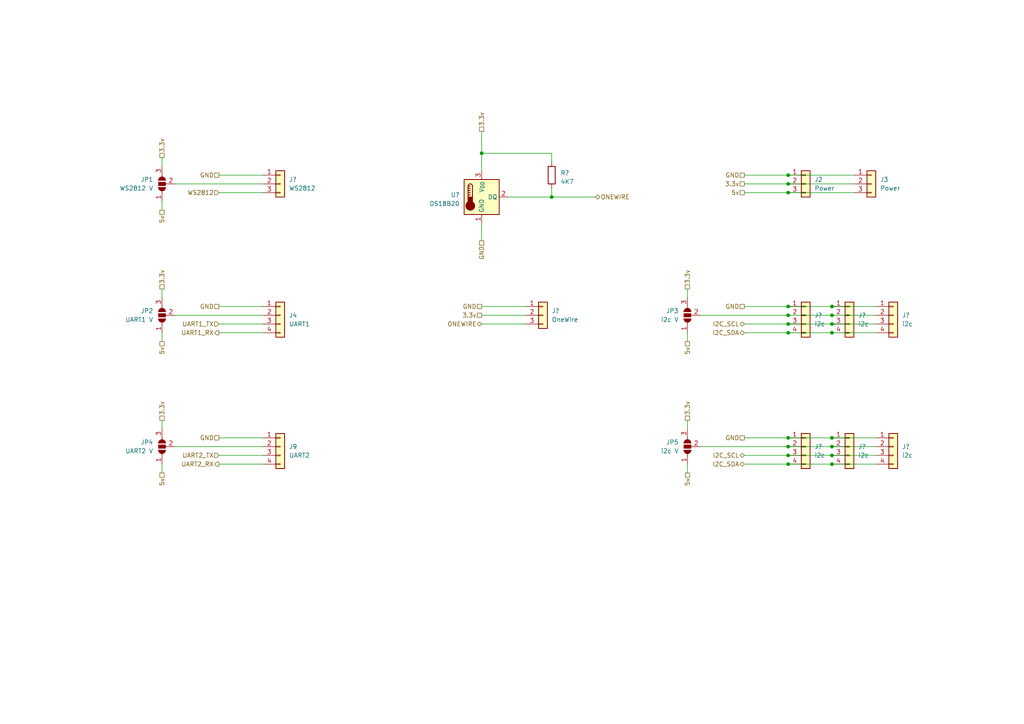
<source format=kicad_sch>
(kicad_sch (version 20230121) (generator eeschema)
  (paper "A4")
  (lib_symbols
    (symbol "Connector_Generic:Conn_01x03" (pin_names (offset 1.016) hide)
      (property "Reference" "J" (at 0 5.08 0))
      (property "Value" "Conn_01x03" (at 0 -5.08 0))
      (symbol "Conn_01x03_1_1"
        (rectangle (start -1.27 -2.413) (end 0 -2.667) (stroke (width 0.1524)))
        (rectangle (start -1.27 0.127) (end 0 -0.127) (stroke (width 0.1524)))
        (rectangle (start -1.27 2.667) (end 0 2.413) (stroke (width 0.1524)))
        (rectangle (start -1.27 3.81) (end 1.27 -3.81) (stroke (width 0.254)) (fill (type background)))
        (pin passive line (at -5.08 2.54 0) (length 3.81) (name "Pin_1") (number "1"))
        (pin passive line (at -5.08 0 0) (length 3.81) (name "Pin_2") (number "2"))
        (pin passive line (at -5.08 -2.54 0) (length 3.81) (name "Pin_3") (number "3"))
      )
    )
    (symbol "Connector_Generic:Conn_01x04" (pin_names (offset 1.016) hide)
      (property "Reference" "J" (at 0 5.08 0))
      (property "Value" "Conn_01x04" (at 0 -7.62 0))
      (symbol "Conn_01x04_1_1"
        (rectangle (start -1.27 -4.953) (end 0 -5.207) (stroke (width 0.1524)))
        (rectangle (start -1.27 -2.413) (end 0 -2.667) (stroke (width 0.1524)))
        (rectangle (start -1.27 0.127) (end 0 -0.127) (stroke (width 0.1524)))
        (rectangle (start -1.27 2.667) (end 0 2.413) (stroke (width 0.1524)))
        (rectangle (start -1.27 3.81) (end 1.27 -6.35) (stroke (width 0.254)) (fill (type background)))
        (pin passive line (at -5.08 2.54 0) (length 3.81) (name "Pin_1") (number "1"))
        (pin passive line (at -5.08 0 0) (length 3.81) (name "Pin_2") (number "2"))
        (pin passive line (at -5.08 -2.54 0) (length 3.81) (name "Pin_3") (number "3"))
        (pin passive line (at -5.08 -5.08 0) (length 3.81) (name "Pin_4") (number "4"))
      )
    )
    (symbol "Device:R" (pin_numbers hide) (pin_names (offset 0))
      (property "Reference" "R" (at 2.032 0 90))
      (property "Value" "R" (at 0 0 90))
      (symbol "R_0_1"
        (rectangle (start -1.016 -2.54) (end 1.016 2.54) (stroke (width 0.254)))
      )
      (symbol "R_1_1"
        (pin passive line (at 0 3.81 270) (length 1.27) (name "~") (number "1"))
        (pin passive line (at 0 -3.81 90) (length 1.27) (name "~") (number "2"))
      )
    )
    (symbol "Jumper:SolderJumper_3_Open" (pin_names (offset 0) hide)
      (property "Reference" "JP" (at -2.54 -2.54 0))
      (property "Value" "SolderJumper_3_Open" (at 0 2.794 0))
      (symbol "SolderJumper_3_Open_0_1"
        (arc (start -1.016 1.016) (mid -2.0276 0) (end -1.016 -1.016))
        (arc (start -1.016 1.016) (mid -2.0276 0) (end -1.016 -1.016) (fill (type outline)))
        (rectangle (start -0.508 1.016) (end 0.508 -1.016) (fill (type outline)))
        (polyline (pts (xy -2.54 0) (xy -2.032 0)))
        (polyline (pts (xy -1.016 1.016) (xy -1.016 -1.016)))
        (polyline (pts (xy 0 -1.27) (xy 0 -1.016)))
        (polyline (pts (xy 1.016 1.016) (xy 1.016 -1.016)))
        (polyline (pts (xy 2.54 0) (xy 2.032 0)))
        (arc (start 1.016 -1.016) (mid 2.0276 0) (end 1.016 1.016))
        (arc (start 1.016 -1.016) (mid 2.0276 0) (end 1.016 1.016) (fill (type outline)))
      )
      (symbol "SolderJumper_3_Open_1_1"
        (pin passive line (at -5.08 0 0) (length 2.54) (name "A") (number "1"))
        (pin passive line (at 0 -3.81 90) (length 2.54) (name "C") (number "2"))
        (pin passive line (at 5.08 0 180) (length 2.54) (name "B") (number "3"))
      )
    )
    (symbol "Sensor_Temperature:DS18B20"
      (property "Reference" "U" (at -3.81 6.35 0))
      (property "Value" "DS18B20" (at 6.35 6.35 0))
      (symbol "DS18B20_0_1"
        (rectangle (start -5.08 5.08) (end 5.08 -5.08) (stroke (width 0.254)) (fill (type background)))
        (circle (center -3.302 -2.54) (radius 1.27) (stroke (width 0.254)) (fill (type outline)))
        (rectangle (start -2.667 -1.905) (end -3.937 0) (stroke (width 0.254)) (fill (type outline)))
        (arc (start -2.667 3.175) (mid -3.302 3.8073) (end -3.937 3.175) (stroke (width 0.254)))
        (polyline (pts (xy -3.937 0.635) (xy -3.302 0.635)) (stroke (width 0.254)))
        (polyline (pts (xy -3.937 1.27) (xy -3.302 1.27)) (stroke (width 0.254)))
        (polyline (pts (xy -3.937 1.905) (xy -3.302 1.905)) (stroke (width 0.254)))
        (polyline (pts (xy -3.937 2.54) (xy -3.302 2.54)) (stroke (width 0.254)))
        (polyline (pts (xy -3.937 3.175) (xy -3.937 0)) (stroke (width 0.254)))
        (polyline (pts (xy -3.937 3.175) (xy -3.302 3.175)) (stroke (width 0.254)))
        (polyline (pts (xy -2.667 3.175) (xy -2.667 0)) (stroke (width 0.254)))
      )
      (symbol "DS18B20_1_1"
        (pin power_in line (at 0 -7.62 90) (length 2.54) (name "GND") (number "1"))
        (pin bidirectional line (at 7.62 0 180) (length 2.54) (name "DQ") (number "2"))
        (pin power_in line (at 0 7.62 270) (length 2.54) (name "V_{DD}") (number "3"))
      )
    )
  )
  (junction (at 241.3 127))
  (junction (at 228.6 127))
  (junction (at 241.3 134.62))
  (junction (at 228.6 132.08))
  (junction (at 160.02 57.15))
  (junction (at 228.6 134.62))
  (junction (at 228.6 53.34))
  (junction (at 228.6 96.52))
  (junction (at 241.3 91.44))
  (junction (at 228.6 129.54))
  (junction (at 228.6 50.8))
  (junction (at 228.6 55.88))
  (junction (at 241.3 93.98))
  (junction (at 241.3 129.54))
  (junction (at 228.6 93.98))
  (junction (at 241.3 88.9))
  (junction (at 139.7 44.45))
  (junction (at 241.3 96.52))
  (junction (at 228.6 91.44))
  (junction (at 228.6 88.9))
  (junction (at 241.3 132.08))
  (wire (pts (xy 228.6 93.98) (xy 241.3 93.98)))
  (wire (pts (xy 46.99 121.92) (xy 46.99 124.46)))
  (wire (pts (xy 63.5 132.08) (xy 76.2 132.08)))
  (wire (pts (xy 63.5 93.98) (xy 76.2 93.98)))
  (wire (pts (xy 160.02 57.15) (xy 172.72 57.15)))
  (wire (pts (xy 63.5 96.52) (xy 76.2 96.52)))
  (wire (pts (xy 228.6 50.8) (xy 247.65 50.8)))
  (wire (pts (xy 215.9 96.52) (xy 228.6 96.52)))
  (wire (pts (xy 147.32 57.15) (xy 160.02 57.15)))
  (wire (pts (xy 63.5 127) (xy 76.2 127)))
  (wire (pts (xy 241.3 134.62) (xy 254 134.62)))
  (wire (pts (xy 46.99 134.62) (xy 46.99 137.16)))
  (wire (pts (xy 50.8 53.34) (xy 76.2 53.34)))
  (wire (pts (xy 63.5 50.8) (xy 76.2 50.8)))
  (wire (pts (xy 199.39 121.92) (xy 199.39 124.46)))
  (wire (pts (xy 50.8 91.44) (xy 76.2 91.44)))
  (wire (pts (xy 139.7 91.44) (xy 152.4 91.44)))
  (wire (pts (xy 215.9 127) (xy 228.6 127)))
  (wire (pts (xy 228.6 129.54) (xy 241.3 129.54)))
  (wire (pts (xy 203.2 129.54) (xy 228.6 129.54)))
  (wire (pts (xy 228.6 55.88) (xy 247.65 55.88)))
  (wire (pts (xy 241.3 132.08) (xy 254 132.08)))
  (wire (pts (xy 139.7 64.77) (xy 139.7 69.85)))
  (wire (pts (xy 241.3 88.9) (xy 254 88.9)))
  (wire (pts (xy 199.39 134.62) (xy 199.39 137.16)))
  (wire (pts (xy 139.7 38.1) (xy 139.7 44.45)))
  (wire (pts (xy 203.2 91.44) (xy 228.6 91.44)))
  (wire (pts (xy 215.9 134.62) (xy 228.6 134.62)))
  (wire (pts (xy 228.6 127) (xy 241.3 127)))
  (wire (pts (xy 215.9 93.98) (xy 228.6 93.98)))
  (wire (pts (xy 63.5 134.62) (xy 76.2 134.62)))
  (wire (pts (xy 160.02 44.45) (xy 160.02 46.99)))
  (wire (pts (xy 228.6 134.62) (xy 241.3 134.62)))
  (wire (pts (xy 215.9 55.88) (xy 228.6 55.88)))
  (wire (pts (xy 63.5 88.9) (xy 76.2 88.9)))
  (wire (pts (xy 46.99 58.42) (xy 46.99 60.96)))
  (wire (pts (xy 241.3 129.54) (xy 254 129.54)))
  (wire (pts (xy 46.99 83.82) (xy 46.99 86.36)))
  (wire (pts (xy 50.8 129.54) (xy 76.2 129.54)))
  (wire (pts (xy 241.3 91.44) (xy 254 91.44)))
  (wire (pts (xy 215.9 88.9) (xy 228.6 88.9)))
  (wire (pts (xy 228.6 96.52) (xy 241.3 96.52)))
  (wire (pts (xy 241.3 93.98) (xy 254 93.98)))
  (wire (pts (xy 63.5 55.88) (xy 76.2 55.88)))
  (wire (pts (xy 228.6 91.44) (xy 241.3 91.44)))
  (wire (pts (xy 139.7 93.98) (xy 152.4 93.98)))
  (wire (pts (xy 199.39 96.52) (xy 199.39 99.06)))
  (wire (pts (xy 215.9 50.8) (xy 228.6 50.8)))
  (wire (pts (xy 46.99 45.72) (xy 46.99 48.26)))
  (wire (pts (xy 139.7 44.45) (xy 160.02 44.45)))
  (wire (pts (xy 139.7 88.9) (xy 152.4 88.9)))
  (wire (pts (xy 215.9 132.08) (xy 228.6 132.08)))
  (wire (pts (xy 46.99 96.52) (xy 46.99 99.06)))
  (wire (pts (xy 139.7 49.53) (xy 139.7 44.45)))
  (wire (pts (xy 199.39 83.82) (xy 199.39 86.36)))
  (wire (pts (xy 241.3 127) (xy 254 127)))
  (wire (pts (xy 228.6 88.9) (xy 241.3 88.9)))
  (wire (pts (xy 228.6 132.08) (xy 241.3 132.08)))
  (wire (pts (xy 228.6 53.34) (xy 247.65 53.34)))
  (wire (pts (xy 215.9 53.34) (xy 228.6 53.34)))
  (wire (pts (xy 160.02 54.61) (xy 160.02 57.15)))
  (wire (pts (xy 241.3 96.52) (xy 254 96.52)))
  (hierarchical_label "3.3v" (shape passive) (at 199.39 83.82 90))
  (hierarchical_label "5v" (shape passive) (at 46.99 60.96 270))
  (hierarchical_label "I2C_SCL" (shape bidirectional) (at 215.9 132.08 180))
  (hierarchical_label "5v" (shape passive) (at 46.99 99.06 270))
  (hierarchical_label "GND" (shape passive) (at 63.5 50.8 180))
  (hierarchical_label "5v" (shape passive) (at 199.39 99.06 270))
  (hierarchical_label "3.3v" (shape passive) (at 46.99 121.92 90))
  (hierarchical_label "ONEWIRE" (shape bidirectional) (at 172.72 57.15 0))
  (hierarchical_label "GND" (shape passive) (at 63.5 127 180))
  (hierarchical_label "5v" (shape passive) (at 46.99 137.16 270))
  (hierarchical_label "3.3v" (shape passive) (at 139.7 38.1 90))
  (hierarchical_label "5v" (shape passive) (at 199.39 137.16 270))
  (hierarchical_label "UART2_RX" (shape output) (at 63.5 134.62 180))
  (hierarchical_label "3.3v" (shape passive) (at 139.7 91.44 180))
  (hierarchical_label "I2C_SCL" (shape bidirectional) (at 215.9 93.98 180))
  (hierarchical_label "I2C_SDA" (shape bidirectional) (at 215.9 96.52 180))
  (hierarchical_label "UART2_TX" (shape input) (at 63.5 132.08 180))
  (hierarchical_label "GND" (shape passive) (at 139.7 69.85 270))
  (hierarchical_label "WS2812" (shape input) (at 63.5 55.88 180))
  (hierarchical_label "UART1_RX" (shape output) (at 63.5 96.52 180))
  (hierarchical_label "GND" (shape passive) (at 215.9 50.8 180))
  (hierarchical_label "GND" (shape passive) (at 63.5 88.9 180))
  (hierarchical_label "3.3v" (shape passive) (at 199.39 121.92 90))
  (hierarchical_label "3.3v" (shape passive) (at 215.9 53.34 180))
  (hierarchical_label "5v" (shape passive) (at 215.9 55.88 180))
  (hierarchical_label "GND" (shape passive) (at 215.9 88.9 180))
  (hierarchical_label "UART1_TX" (shape input) (at 63.5 93.98 180))
  (hierarchical_label "I2C_SDA" (shape bidirectional) (at 215.9 134.62 180))
  (hierarchical_label "ONEWIRE" (shape bidirectional) (at 139.7 93.98 180))
  (hierarchical_label "3.3v" (shape passive) (at 46.99 45.72 90))
  (hierarchical_label "3.3v" (shape passive) (at 46.99 83.82 90))
  (hierarchical_label "GND" (shape passive) (at 139.7 88.9 180))
  (hierarchical_label "GND" (shape passive) (at 215.9 127 180))
  (symbol (lib_id "Sensor_Temperature:DS18B20") (at 139.7 57.15 0) (unit 1)
    (property "Reference" "U?" (at 133.35 56.515 0) (effects (justify right)))
    (property "Value" "DS18B20" (at 133.35 59.055 0) (effects (justify right)))
    (property "Footprint" "Package_TO_SOT_THT:TO-92_Inline" (effects hide))
    (property "Datasheet" "http://datasheets.maximintegrated.com/en/ds/DS18B20.pdf" (effects hide))
    (instances (project "lilygo_t-internet_breakout" (path "" (reference "U?") (unit 1)) (path "" (reference "U1") (unit 1))) (project "doit_esp32_devkit_breakout" (path "" (reference "U2") (unit 1))))
  )
  (symbol (lib_id "Connector_Generic:Conn_01x03") (at 233.68 53.34 0) (unit 1)
    (property "Reference" "J2" (at 236.22 52.07 0) (effects (justify left)))
    (property "Value" "Power" (at 236.22 54.61 0) (effects (justify left)))
    (property "Footprint" "Connector_PinHeader_2.54mm:PinHeader_1x03_P2.54mm_Vertical" (effects hide))
  )
  (symbol (lib_id "Connector_Generic:Conn_01x04") (at 81.28 129.54 0) (unit 1)
    (property "Reference" "J9" (at 83.82 129.54 0) (effects (justify left)))
    (property "Value" "UART2" (at 83.82 132.08 0) (effects (justify left)))
    (property "Footprint" "Connector_PinHeader_2.54mm:PinHeader_1x04_P2.54mm_Vertical" (effects hide))
    (instances (project "lilygo_t-internet_breakout" (path "" (reference "J9") (unit 1))) (project "doit_esp32_devkit_breakout" (path "" (reference "J4") (unit 1))))
  )
  (symbol (lib_id "Jumper:SolderJumper_3_Open") (at 199.39 91.44 90) (unit 1)
    (property "Reference" "JP3" (at 196.85 90.17 90) (effects (justify left)))
    (property "Value" "i2c V" (at 196.85 92.71 90) (effects (justify left)))
    (property "Footprint" "Jumper:SolderJumper-3_P1.3mm_Open_RoundedPad1.0x1.5mm_NumberLabels" (effects hide))
    (instances (project "lilygo_t-internet_breakout" (path "" (reference "JP3") (unit 1))) (project "doit_esp32_devkit_breakout" (path "" (reference "JP5") (unit 1))))
  )
  (symbol (lib_id "Connector_Generic:Conn_01x04") (at 233.68 129.54 0) (unit 1)
    (property "Reference" "J?" (at 236.22 129.54 0) (effects (justify left)))
    (property "Value" "i2c" (at 236.22 132.08 0) (effects (justify left)))
    (property "Footprint" "Connector_PinHeader_2.54mm:PinHeader_1x04_P2.54mm_Vertical" (effects hide))
    (instances (project "lilygo_t-internet_breakout" (path "" (reference "J?") (unit 1)) (path "" (reference "J10") (unit 1))) (project "doit_esp32_devkit_breakout" (path "" (reference "J9") (unit 1))))
  )
  (symbol (lib_id "Connector_Generic:Conn_01x04") (at 246.38 129.54 0) (unit 1)
    (property "Reference" "J?" (at 248.92 129.54 0) (effects (justify left)))
    (property "Value" "i2c" (at 248.92 132.08 0) (effects (justify left)))
    (property "Footprint" "Connector_PinHeader_2.54mm:PinHeader_1x04_P2.54mm_Vertical" (effects hide))
    (instances (project "lilygo_t-internet_breakout" (path "" (reference "J?") (unit 1)) (path "" (reference "J11") (unit 1))) (project "doit_esp32_devkit_breakout" (path "" (reference "J11") (unit 1))))
  )
  (symbol (lib_id "Connector_Generic:Conn_01x03") (at 157.48 91.44 0) (unit 1)
    (property "Reference" "J?" (at 160.02 90.17 0) (effects (justify left)))
    (property "Value" "OneWire" (at 160.02 92.71 0) (effects (justify left)))
    (property "Footprint" "Connector_PinHeader_2.54mm:PinHeader_1x03_P2.54mm_Vertical" (effects hide))
    (instances (project "lilygo_t-internet_breakout" (path "" (reference "J?") (unit 1)) (path "" (reference "J5") (unit 1))) (project "doit_esp32_devkit_breakout" (path "" (reference "J7") (unit 1))))
  )
  (symbol (lib_id "Connector_Generic:Conn_01x04") (at 233.68 91.44 0) (unit 1)
    (property "Reference" "J?" (at 236.22 91.44 0) (effects (justify left)))
    (property "Value" "i2c" (at 236.22 93.98 0) (effects (justify left)))
    (property "Footprint" "Connector_PinHeader_2.54mm:PinHeader_1x04_P2.54mm_Vertical" (effects hide))
    (instances (project "lilygo_t-internet_breakout" (path "" (reference "J?") (unit 1)) (path "" (reference "J6") (unit 1))) (project "doit_esp32_devkit_breakout" (path "" (reference "J8") (unit 1))))
  )
  (symbol (lib_id "Connector_Generic:Conn_01x04") (at 246.38 91.44 0) (unit 1)
    (property "Reference" "J?" (at 248.92 91.44 0) (effects (justify left)))
    (property "Value" "i2c" (at 248.92 93.98 0) (effects (justify left)))
    (property "Footprint" "Connector_PinHeader_2.54mm:PinHeader_1x04_P2.54mm_Vertical" (effects hide))
    (instances (project "lilygo_t-internet_breakout" (path "" (reference "J?") (unit 1)) (path "" (reference "J7") (unit 1))) (project "doit_esp32_devkit_breakout" (path "" (reference "J10") (unit 1))))
  )
  (symbol (lib_id "Jumper:SolderJumper_3_Open") (at 46.99 53.34 90) (unit 1)
    (property "Reference" "JP1" (at 44.45 52.07 90) (effects (justify left)))
    (property "Value" "WS2812 V" (at 44.45 54.61 90) (effects (justify left)))
    (property "Footprint" "Jumper:SolderJumper-3_P1.3mm_Open_RoundedPad1.0x1.5mm_NumberLabels" (effects hide))
  )
  (symbol (lib_id "Connector_Generic:Conn_01x04") (at 81.28 91.44 0) (unit 1)
    (property "Reference" "J4" (at 83.82 91.44 0) (effects (justify left)))
    (property "Value" "UART1" (at 83.82 93.98 0) (effects (justify left)))
    (property "Footprint" "Connector_PinHeader_2.54mm:PinHeader_1x04_P2.54mm_Vertical" (effects hide))
    (instances (project "lilygo_t-internet_breakout" (path "" (reference "J4") (unit 1))) (project "doit_esp32_devkit_breakout" (path "" (reference "J1") (unit 1))))
  )
  (symbol (lib_id "Connector_Generic:Conn_01x03") (at 81.28 53.34 0) (unit 1)
    (property "Reference" "J?" (at 83.82 52.07 0) (effects (justify left)))
    (property "Value" "WS2812" (at 83.82 54.61 0) (effects (justify left)))
    (property "Footprint" "Connector_PinHeader_2.54mm:PinHeader_1x03_P2.54mm_Vertical" (effects hide))
    (instances (project "lilygo_t-internet_breakout" (path "" (reference "J?") (unit 1)) (path "" (reference "J1") (unit 1))) (project "doit_esp32_devkit_breakout" (path "" (reference "J6") (unit 1))))
  )
  (symbol (lib_id "Jumper:SolderJumper_3_Open") (at 46.99 129.54 90) (unit 1)
    (property "Reference" "JP4" (at 44.45 128.27 90) (effects (justify left)))
    (property "Value" "UART2 V" (at 44.45 130.81 90) (effects (justify left)))
    (property "Footprint" "Jumper:SolderJumper-3_P1.3mm_Open_RoundedPad1.0x1.5mm_NumberLabels" (effects hide))
    (instances (project "lilygo_t-internet_breakout" (path "" (reference "JP4") (unit 1))) (project "doit_esp32_devkit_breakout" (path "" (reference "JP3") (unit 1))))
  )
  (symbol (lib_id "Jumper:SolderJumper_3_Open") (at 199.39 129.54 90) (unit 1)
    (property "Reference" "JP5" (at 196.85 128.27 90) (effects (justify left)))
    (property "Value" "i2c V" (at 196.85 130.81 90) (effects (justify left)))
    (property "Footprint" "Jumper:SolderJumper-3_P1.3mm_Open_RoundedPad1.0x1.5mm_NumberLabels" (effects hide))
    (instances (project "lilygo_t-internet_breakout" (path "" (reference "JP5") (unit 1))) (project "doit_esp32_devkit_breakout" (path "" (reference "JP6") (unit 1))))
  )
  (symbol (lib_id "Device:R") (at 160.02 50.8 0) (unit 1)
    (property "Reference" "R?" (at 162.56 50.165 0) (effects (justify left)))
    (property "Value" "4K7" (at 162.56 52.705 0) (effects (justify left)))
    (property "Footprint" "Resistor_THT:R_Axial_DIN0207_L6.3mm_D2.5mm_P10.16mm_Horizontal" (effects hide))
    (instances (project "lilygo_t-internet_breakout" (path "" (reference "R?") (unit 1)) (path "" (reference "R1") (unit 1))) (project "doit_esp32_devkit_breakout" (path "" (reference "R1") (unit 1))))
  )
  (symbol (lib_id "Connector_Generic:Conn_01x04") (at 259.08 91.44 0) (unit 1)
    (property "Reference" "J?" (at 261.62 91.44 0) (effects (justify left)))
    (property "Value" "i2c" (at 261.62 93.98 0) (effects (justify left)))
    (property "Footprint" "Connector_PinHeader_2.54mm:PinHeader_1x04_P2.54mm_Vertical" (effects hide))
    (instances (project "lilygo_t-internet_breakout" (path "" (reference "J?") (unit 1)) (path "" (reference "J8") (unit 1))) (project "doit_esp32_devkit_breakout" (path "" (reference "J12") (unit 1))))
  )
  (symbol (lib_id "Jumper:SolderJumper_3_Open") (at 46.99 91.44 90) (unit 1)
    (property "Reference" "JP2" (at 44.45 90.17 90) (effects (justify left)))
    (property "Value" "UART1 V" (at 44.45 92.71 90) (effects (justify left)))
    (property "Footprint" "Jumper:SolderJumper-3_P1.3mm_Open_RoundedPad1.0x1.5mm_NumberLabels" (effects hide))
  )
  (symbol (lib_id "Connector_Generic:Conn_01x03") (at 252.73 53.34 0) (unit 1)
    (property "Reference" "J3" (at 255.27 52.07 0) (effects (justify left)))
    (property "Value" "Power" (at 255.27 54.61 0) (effects (justify left)))
    (property "Footprint" "Connector_PinHeader_2.54mm:PinHeader_1x03_P2.54mm_Vertical" (effects hide))
  )
  (symbol (lib_id "Connector_Generic:Conn_01x04") (at 259.08 129.54 0) (unit 1)
    (property "Reference" "J?" (at 261.62 129.54 0) (effects (justify left)))
    (property "Value" "i2c" (at 261.62 132.08 0) (effects (justify left)))
    (property "Footprint" "Connector_PinHeader_2.54mm:PinHeader_1x04_P2.54mm_Vertical" (effects hide))
    (instances (project "lilygo_t-internet_breakout" (path "" (reference "J?") (unit 1)) (path "" (reference "J12") (unit 1))) (project "doit_esp32_devkit_breakout" (path "" (reference "J13") (unit 1))))
  )
)
</source>
